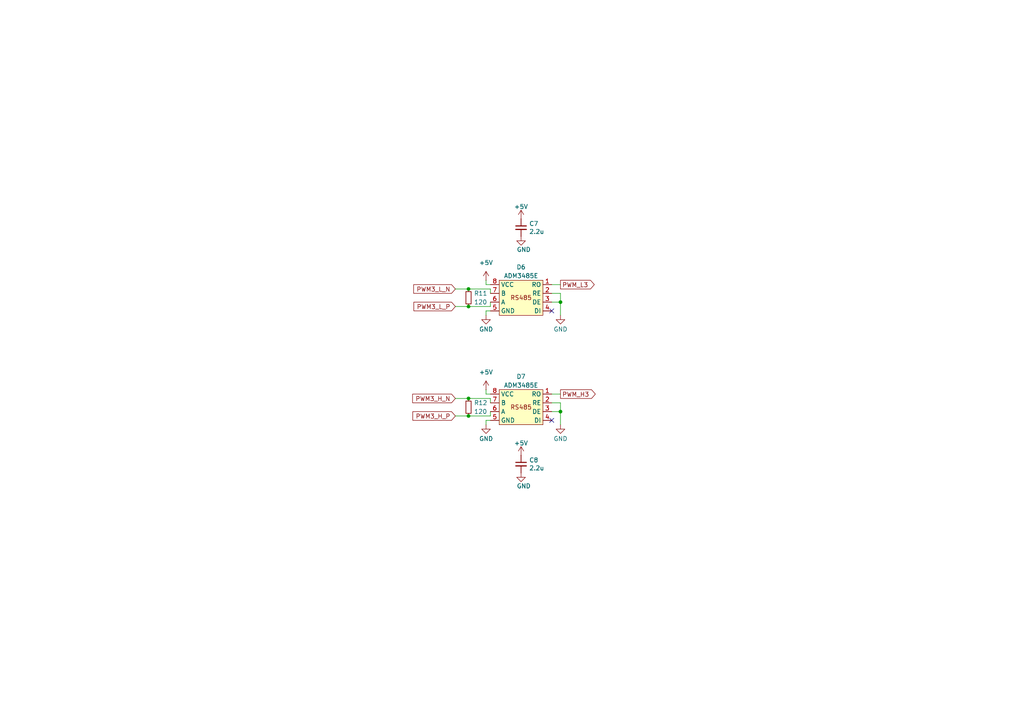
<source format=kicad_sch>
(kicad_sch (version 20231120) (generator "eeschema") (generator_version "8.0")
  (paper "A4")
  (lib_symbols
    (symbol "Device:C_Small" (pin_numbers hide) (pin_names (offset 0.254) hide)
      (property "Reference" "C" (at 0.254 1.778 0))
      (property "Value" "C_Small" (at 0.254 -2.032 0))
      (symbol "C_Small_0_1"
        (polyline (pts (xy -1.524 -0.508) (xy 1.524 -0.508)) (stroke (width 0.3302)))
        (polyline (pts (xy -1.524 0.508) (xy 1.524 0.508)) (stroke (width 0.3048)))
      )
      (symbol "C_Small_1_1"
        (pin passive line (at 0 2.54 270) (length 2.032) (name "~") (number "1"))
        (pin passive line (at 0 -2.54 90) (length 2.032) (name "~") (number "2"))
      )
    )
    (symbol "Device:R_Small" (pin_numbers hide) (pin_names (offset 0.254) hide)
      (property "Reference" "R" (at 0.762 0.508 0))
      (property "Value" "R_Small" (at 0.762 -1.016 0))
      (symbol "R_Small_0_1"
        (rectangle (start -0.762 1.778) (end 0.762 -1.778) (stroke (width 0.2032)))
      )
      (symbol "R_Small_1_1"
        (pin passive line (at 0 2.54 270) (length 0.762) (name "~") (number "1"))
        (pin passive line (at 0 -2.54 90) (length 0.762) (name "~") (number "2"))
      )
    )
    (symbol "GND_1" (power) (pin_names (offset 0))
      (property "Value" "GND" (at 0 -3.81 0))
      (symbol "GND_1_0_1"
        (polyline (pts (xy 0 0) (xy 0 -1.27) (xy 1.27 -1.27) (xy 0 -2.54) (xy -1.27 -1.27) (xy 0 -1.27)))
      )
      (symbol "GND_1_1_1"
        (pin power_in line (at 0 0 270) (length 0) hide (name "GND") (number "1"))
      )
    )
    (symbol "GND_2" (power) (pin_names (offset 0))
      (property "Value" "GND" (at 0 -3.81 0))
      (symbol "GND_2_0_1"
        (polyline (pts (xy 0 0) (xy 0 -1.27) (xy 1.27 -1.27) (xy 0 -2.54) (xy -1.27 -1.27) (xy 0 -1.27)))
      )
      (symbol "GND_2_1_1"
        (pin power_in line (at 0 0 270) (length 0) hide (name "GND") (number "1"))
      )
    )
    (symbol "GND_3" (power) (pin_names (offset 0))
      (property "Value" "GND" (at 0 -3.81 0))
      (symbol "GND_3_0_1"
        (polyline (pts (xy 0 0) (xy 0 -1.27) (xy 1.27 -1.27) (xy 0 -2.54) (xy -1.27 -1.27) (xy 0 -1.27)))
      )
      (symbol "GND_3_1_1"
        (pin power_in line (at 0 0 270) (length 0) hide (name "GND") (number "1"))
      )
    )
    (symbol "GND_4" (power) (pin_names (offset 0))
      (property "Value" "GND" (at 0 -3.81 0))
      (symbol "GND_4_0_1"
        (polyline (pts (xy 0 0) (xy 0 -1.27) (xy 1.27 -1.27) (xy 0 -2.54) (xy -1.27 -1.27) (xy 0 -1.27)))
      )
      (symbol "GND_4_1_1"
        (pin power_in line (at 0 0 270) (length 0) hide (name "GND") (number "1"))
      )
    )
    (symbol "GND_5" (power) (pin_names (offset 0))
      (property "Value" "GND" (at 0 -3.81 0))
      (symbol "GND_5_0_1"
        (polyline (pts (xy 0 0) (xy 0 -1.27) (xy 1.27 -1.27) (xy 0 -2.54) (xy -1.27 -1.27) (xy 0 -1.27)))
      )
      (symbol "GND_5_1_1"
        (pin power_in line (at 0 0 270) (length 0) hide (name "GND") (number "1"))
      )
    )
    (symbol "Interface_My:ADM3485E_1"
      (property "Reference" "D15" (at 0 2.032 0))
      (property "Value" "ADM3485E" (at 0 -0.508 0))
      (symbol "ADM3485E_1_0_0"
        (rectangle (start -6.35 -2.54) (end 6.35 -12.7) (fill (type background)))
        (text "RS485" (at 0 -7.62 0) (effects (font (size 1.27 1.27))))
      )
      (symbol "ADM3485E_1_1_1"
        (pin input line (at -8.89 -3.81 0) (length 2.54) (name "RO") (number "1"))
        (pin input line (at -8.89 -6.35 0) (length 2.54) (name "RE") (number "2"))
        (pin input line (at -8.89 -8.89 0) (length 2.54) (name "DE") (number "3"))
        (pin input line (at -8.89 -11.43 0) (length 2.54) (name "DI") (number "4"))
        (pin input line (at 8.89 -11.43 180) (length 2.54) (name "GND") (number "5"))
        (pin input line (at 8.89 -8.89 180) (length 2.54) (name "A") (number "6"))
        (pin input line (at 8.89 -6.35 180) (length 2.54) (name "B") (number "7"))
        (pin input line (at 8.89 -3.81 180) (length 2.54) (name "VCC") (number "8"))
      )
    )
    (symbol "power:+5V" (power) (pin_numbers hide) (pin_names (offset 0) hide)
      (property "Value" "+5V" (at 0 3.556 0))
      (symbol "+5V_0_1"
        (polyline (pts (xy -0.762 1.27) (xy 0 2.54)))
        (polyline (pts (xy 0 0) (xy 0 2.54)))
        (polyline (pts (xy 0 2.54) (xy 0.762 1.27)))
      )
      (symbol "+5V_1_1"
        (pin power_in line (at 0 0 90) (length 0) (name "~") (number "1"))
      )
    )
    (symbol "power:GND" (power) (pin_names (offset 0))
      (property "Value" "GND" (at 0 -3.81 0))
      (symbol "GND_0_1"
        (polyline (pts (xy 0 0) (xy 0 -1.27) (xy 1.27 -1.27) (xy 0 -2.54) (xy -1.27 -1.27) (xy 0 -1.27)))
      )
      (symbol "GND_1_1"
        (pin power_in line (at 0 0 270) (length 0) hide (name "GND") (number "1"))
      )
    )
  )
  (junction (at 135.89 115.57))
  (junction (at 162.56 87.63))
  (junction (at 162.56 119.38))
  (junction (at 135.89 88.9))
  (junction (at 135.89 83.82))
  (junction (at 135.89 120.65))
  (no_connect (at 160.02 121.92))
  (no_connect (at 160.02 90.17))
  (wire (pts (xy 132.08 115.57) (xy 135.89 115.57)))
  (wire (pts (xy 142.24 87.63) (xy 142.24 88.9)))
  (wire (pts (xy 160.02 116.84) (xy 162.56 116.84)))
  (wire (pts (xy 132.08 88.9) (xy 135.89 88.9)))
  (wire (pts (xy 135.89 115.57) (xy 142.24 115.57)))
  (wire (pts (xy 160.02 119.38) (xy 162.56 119.38)))
  (wire (pts (xy 142.24 119.38) (xy 142.24 120.65)))
  (wire (pts (xy 162.56 119.38) (xy 162.56 123.19)))
  (wire (pts (xy 160.02 87.63) (xy 162.56 87.63)))
  (wire (pts (xy 142.24 83.82) (xy 142.24 85.09)))
  (wire (pts (xy 160.02 114.3) (xy 162.56 114.3)))
  (wire (pts (xy 142.24 116.84) (xy 142.24 115.57)))
  (wire (pts (xy 132.08 83.82) (xy 135.89 83.82)))
  (wire (pts (xy 140.97 114.3) (xy 140.97 113.03)))
  (wire (pts (xy 160.02 82.55) (xy 162.56 82.55)))
  (wire (pts (xy 162.56 85.09) (xy 162.56 87.63)))
  (wire (pts (xy 162.56 116.84) (xy 162.56 119.38)))
  (wire (pts (xy 135.89 120.65) (xy 142.24 120.65)))
  (wire (pts (xy 140.97 121.92) (xy 140.97 123.19)))
  (wire (pts (xy 142.24 90.17) (xy 140.97 90.17)))
  (wire (pts (xy 135.89 88.9) (xy 142.24 88.9)))
  (wire (pts (xy 140.97 90.17) (xy 140.97 91.44)))
  (wire (pts (xy 142.24 82.55) (xy 140.97 82.55)))
  (wire (pts (xy 135.89 83.82) (xy 142.24 83.82)))
  (wire (pts (xy 142.24 114.3) (xy 140.97 114.3)))
  (wire (pts (xy 162.56 87.63) (xy 162.56 91.44)))
  (wire (pts (xy 160.02 85.09) (xy 162.56 85.09)))
  (wire (pts (xy 142.24 121.92) (xy 140.97 121.92)))
  (wire (pts (xy 140.97 81.28) (xy 140.97 82.55)))
  (wire (pts (xy 132.08 120.65) (xy 135.89 120.65)))
  (global_label "PWM3_L_N" (shape input) (at 132.08 83.82 180) (property "Intersheetrefs" "${INTERSHEET_REFS}" (effects (hide yes))))
  (global_label "PWM3_H_P" (shape input) (at 132.08 120.65 180) (property "Intersheetrefs" "${INTERSHEET_REFS}" (effects (hide yes))))
  (global_label "PWM3_L_P" (shape input) (at 132.08 88.9 180) (property "Intersheetrefs" "${INTERSHEET_REFS}" (effects (hide yes))))
  (global_label "PWM3_H_N" (shape input) (at 132.08 115.57 180) (property "Intersheetrefs" "${INTERSHEET_REFS}" (effects (hide yes))))
  (global_label "PWM_L3" (shape output) (at 162.56 82.55 0) (property "Intersheetrefs" "${INTERSHEET_REFS}" (effects (hide yes))))
  (global_label "PWM_H3" (shape output) (at 162.56 114.3 0) (property "Intersheetrefs" "${INTERSHEET_REFS}" (effects (hide yes))))
  (symbol (lib_id "Interface_My:ADM3485E_1") (at 151.13 110.49 0) (mirror y) (unit 1)
    (property "Reference" "D7" (at 151.13 109.22 0))
    (property "Value" "ADM3485E" (at 151.13 111.76 0))
    (property "Footprint" "Package_SO:SOIC-8_3.9x4.9mm_P1.27mm" (effects (hide yes)))
  )
  (symbol (lib_id "Interface_My:ADM3485E_1") (at 151.13 78.74 0) (mirror y) (unit 1)
    (property "Reference" "D6" (at 151.13 77.47 0))
    (property "Value" "ADM3485E" (at 151.13 80.01 0))
    (property "Footprint" "Package_SO:SOIC-8_3.9x4.9mm_P1.27mm" (effects (hide yes)))
  )
  (symbol (lib_id "power:+5V") (at 140.97 113.03 0) (unit 1)
    (property "Reference" "#PWR041" (effects (hide yes)))
    (property "Value" "+5V" (at 140.97 107.95 0))
    (property "Description" "Power symbol creates a global label with name \"+5V\"" (effects (hide yes)))
  )
  (symbol (lib_id "Device:R_Small") (at 135.89 118.11 0) (unit 1)
    (property "Reference" "R12" (at 137.4648 116.8399 0) (effects (justify left)))
    (property "Value" "120" (at 137.4648 119.3799 0) (effects (justify left)))
    (property "Footprint" "Resistor_SMD:R_0805_2012Metric_Pad1.20x1.40mm_HandSolder" (effects (hide yes)))
  )
  (symbol (lib_id "power:GND") (at 162.56 91.44 0) (unit 1)
    (property "Reference" "#PWR040" (effects (hide yes)))
    (property "Value" "GND" (at 160.528 95.504 0) (effects (justify left)))
  )
  (symbol (lib_id "power:+5V") (at 151.13 132.08 0) (unit 1)
    (property "Reference" "#PWR046" (effects (hide yes)))
    (property "Value" "+5V" (at 151.13 128.524 0))
    (property "Description" "Power symbol creates a global label with name \"+5V\"" (effects (hide yes)))
  )
  (symbol (lib_name "GND_5") (lib_id "power:GND") (at 162.56 123.19 0) (unit 1)
    (property "Reference" "#PWR045" (effects (hide yes)))
    (property "Value" "GND" (at 160.528 127.254 0) (effects (justify left)))
  )
  (symbol (lib_name "GND_4") (lib_id "power:GND") (at 151.13 137.16 0) (unit 1)
    (property "Reference" "#PWR047" (effects (hide yes)))
    (property "Value" "GND" (at 149.86 140.97 0) (effects (justify left)))
  )
  (symbol (lib_name "GND_3") (lib_id "power:GND") (at 140.97 123.19 0) (unit 1)
    (property "Reference" "#PWR044" (effects (hide yes)))
    (property "Value" "GND" (at 138.938 127.254 0) (effects (justify left)))
  )
  (symbol (lib_name "GND_2") (lib_id "power:GND") (at 151.13 68.58 0) (unit 1)
    (property "Reference" "#PWR037" (effects (hide yes)))
    (property "Value" "GND" (at 149.86 72.39 0) (effects (justify left)))
  )
  (symbol (lib_id "power:+5V") (at 151.13 63.5 0) (unit 1)
    (property "Reference" "#PWR036" (effects (hide yes)))
    (property "Value" "+5V" (at 151.13 59.944 0))
    (property "Description" "Power symbol creates a global label with name \"+5V\"" (effects (hide yes)))
  )
  (symbol (lib_id "Device:C_Small") (at 151.13 134.62 0) (unit 1)
    (property "Reference" "C8" (at 153.4668 133.4516 0) (effects (justify left)))
    (property "Value" "2.2u" (at 153.4668 135.763 0) (effects (justify left)))
    (property "Footprint" "Capacitor_SMD:C_0805_2012Metric_Pad1.18x1.45mm_HandSolder" (effects (hide yes)))
  )
  (symbol (lib_id "Device:C_Small") (at 151.13 66.04 0) (unit 1)
    (property "Reference" "C7" (at 153.4668 64.8716 0) (effects (justify left)))
    (property "Value" "2.2u" (at 153.4668 67.183 0) (effects (justify left)))
    (property "Footprint" "Capacitor_SMD:C_0805_2012Metric_Pad1.18x1.45mm_HandSolder" (effects (hide yes)))
  )
  (symbol (lib_id "power:+5V") (at 140.97 81.28 0) (unit 1)
    (property "Reference" "#PWR038" (effects (hide yes)))
    (property "Value" "+5V" (at 140.97 76.2 0))
    (property "Description" "Power symbol creates a global label with name \"+5V\"" (effects (hide yes)))
  )
  (symbol (lib_name "GND_1") (lib_id "power:GND") (at 140.97 91.44 0) (unit 1)
    (property "Reference" "#PWR039" (effects (hide yes)))
    (property "Value" "GND" (at 138.938 95.504 0) (effects (justify left)))
  )
  (symbol (lib_id "Device:R_Small") (at 135.89 86.36 0) (unit 1)
    (property "Reference" "R11" (at 137.4648 85.0899 0) (effects (justify left)))
    (property "Value" "120" (at 137.4648 87.6299 0) (effects (justify left)))
    (property "Footprint" "Resistor_SMD:R_0805_2012Metric_Pad1.20x1.40mm_HandSolder" (effects (hide yes)))
  )
)
</source>
